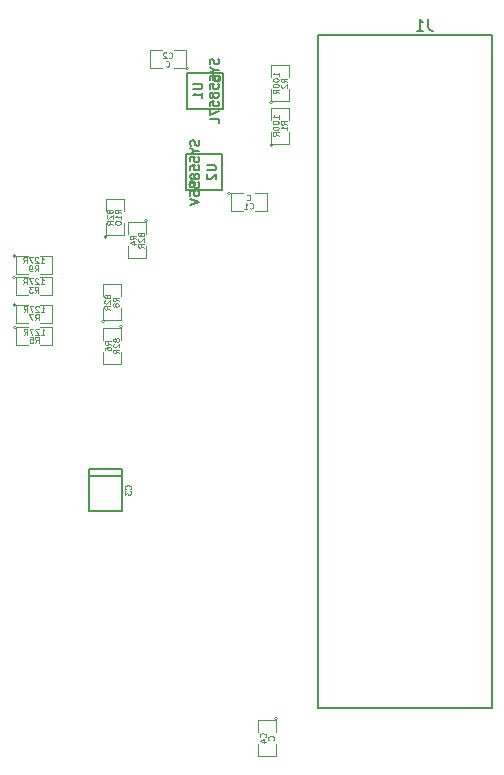
<source format=gbo>
%FSLAX34Y34*%
G04 Gerber Fmt 3.4, Leading zero omitted, Abs format*
G04 (created by PCBNEW (2014-03-14 BZR 4749)-product) date Sat 15 Mar 2014 19:33:45 CET*
%MOIN*%
G01*
G70*
G90*
G04 APERTURE LIST*
%ADD10C,0.005906*%
%ADD11C,0.003900*%
%ADD12C,0.005000*%
%ADD13C,0.008000*%
%ADD14C,0.004300*%
%ADD15C,0.004700*%
%ADD16C,0.006000*%
G04 APERTURE END LIST*
G54D10*
X78677Y-50275D02*
X72897Y-50275D01*
X78677Y-50275D02*
X78677Y-27834D01*
X78677Y-27834D02*
X72897Y-27834D01*
X72897Y-27834D02*
X72897Y-50275D01*
G54D11*
X69970Y-33105D02*
G75*
G03X69970Y-33105I-50J0D01*
G74*
G01*
X70370Y-33105D02*
X69970Y-33105D01*
X69970Y-33105D02*
X69970Y-33705D01*
X69970Y-33705D02*
X70370Y-33705D01*
X70770Y-33705D02*
X71170Y-33705D01*
X71170Y-33705D02*
X71170Y-33105D01*
X71170Y-33105D02*
X70770Y-33105D01*
X68574Y-28941D02*
G75*
G03X68574Y-28941I-50J0D01*
G74*
G01*
X68074Y-28941D02*
X68474Y-28941D01*
X68474Y-28941D02*
X68474Y-28341D01*
X68474Y-28341D02*
X68074Y-28341D01*
X67674Y-28341D02*
X67274Y-28341D01*
X67274Y-28341D02*
X67274Y-28941D01*
X67274Y-28941D02*
X67674Y-28941D01*
G54D12*
X66337Y-42517D02*
X65237Y-42517D01*
X66337Y-42292D02*
X66337Y-43692D01*
X66337Y-43692D02*
X65237Y-43692D01*
X65237Y-43692D02*
X65237Y-42292D01*
X65237Y-42292D02*
X66337Y-42292D01*
G54D13*
X69633Y-29285D02*
G75*
G03X69633Y-29285I-100J0D01*
G74*
G01*
X69733Y-30285D02*
X69733Y-29085D01*
X69733Y-29085D02*
X68533Y-29085D01*
X68533Y-29085D02*
X68533Y-30285D01*
X68533Y-30285D02*
X69733Y-30285D01*
X68794Y-32801D02*
G75*
G03X68794Y-32801I-100J0D01*
G74*
G01*
X68494Y-31801D02*
X68494Y-33001D01*
X68494Y-33001D02*
X69694Y-33001D01*
X69694Y-33001D02*
X69694Y-31801D01*
X69694Y-31801D02*
X68494Y-31801D01*
G54D11*
X71383Y-31496D02*
G75*
G03X71383Y-31496I-50J0D01*
G74*
G01*
X71333Y-31046D02*
X71333Y-31446D01*
X71333Y-31446D02*
X71933Y-31446D01*
X71933Y-31446D02*
X71933Y-31046D01*
X71933Y-30646D02*
X71933Y-30246D01*
X71933Y-30246D02*
X71333Y-30246D01*
X71333Y-30246D02*
X71333Y-30646D01*
X71383Y-30079D02*
G75*
G03X71383Y-30079I-50J0D01*
G74*
G01*
X71333Y-29629D02*
X71333Y-30029D01*
X71333Y-30029D02*
X71933Y-30029D01*
X71933Y-30029D02*
X71933Y-29629D01*
X71933Y-29229D02*
X71933Y-28829D01*
X71933Y-28829D02*
X71333Y-28829D01*
X71333Y-28829D02*
X71333Y-29229D01*
X62805Y-35900D02*
G75*
G03X62805Y-35900I-50J0D01*
G74*
G01*
X63205Y-35900D02*
X62805Y-35900D01*
X62805Y-35900D02*
X62805Y-36500D01*
X62805Y-36500D02*
X63205Y-36500D01*
X63605Y-36500D02*
X64005Y-36500D01*
X64005Y-36500D02*
X64005Y-35900D01*
X64005Y-35900D02*
X63605Y-35900D01*
X67200Y-34015D02*
G75*
G03X67200Y-34015I-50J0D01*
G74*
G01*
X67150Y-34465D02*
X67150Y-34065D01*
X67150Y-34065D02*
X66550Y-34065D01*
X66550Y-34065D02*
X66550Y-34465D01*
X66550Y-34865D02*
X66550Y-35265D01*
X66550Y-35265D02*
X67150Y-35265D01*
X67150Y-35265D02*
X67150Y-34865D01*
X62825Y-37574D02*
G75*
G03X62825Y-37574I-50J0D01*
G74*
G01*
X63225Y-37574D02*
X62825Y-37574D01*
X62825Y-37574D02*
X62825Y-38174D01*
X62825Y-38174D02*
X63225Y-38174D01*
X63625Y-38174D02*
X64025Y-38174D01*
X64025Y-38174D02*
X64025Y-37574D01*
X64025Y-37574D02*
X63625Y-37574D01*
X66373Y-37538D02*
G75*
G03X66373Y-37538I-50J0D01*
G74*
G01*
X66323Y-37988D02*
X66323Y-37588D01*
X66323Y-37588D02*
X65723Y-37588D01*
X65723Y-37588D02*
X65723Y-37988D01*
X65723Y-38388D02*
X65723Y-38788D01*
X65723Y-38788D02*
X66323Y-38788D01*
X66323Y-38788D02*
X66323Y-38388D01*
X62825Y-36825D02*
G75*
G03X62825Y-36825I-50J0D01*
G74*
G01*
X63225Y-36825D02*
X62825Y-36825D01*
X62825Y-36825D02*
X62825Y-37425D01*
X62825Y-37425D02*
X63225Y-37425D01*
X63625Y-37425D02*
X64025Y-37425D01*
X64025Y-37425D02*
X64025Y-36825D01*
X64025Y-36825D02*
X63625Y-36825D01*
X65773Y-37382D02*
G75*
G03X65773Y-37382I-50J0D01*
G74*
G01*
X65723Y-36932D02*
X65723Y-37332D01*
X65723Y-37332D02*
X66323Y-37332D01*
X66323Y-37332D02*
X66323Y-36932D01*
X66323Y-36532D02*
X66323Y-36132D01*
X66323Y-36132D02*
X65723Y-36132D01*
X65723Y-36132D02*
X65723Y-36532D01*
X62805Y-35192D02*
G75*
G03X62805Y-35192I-50J0D01*
G74*
G01*
X63205Y-35192D02*
X62805Y-35192D01*
X62805Y-35192D02*
X62805Y-35792D01*
X62805Y-35792D02*
X63205Y-35792D01*
X63605Y-35792D02*
X64005Y-35792D01*
X64005Y-35792D02*
X64005Y-35192D01*
X64005Y-35192D02*
X63605Y-35192D01*
X65852Y-34547D02*
G75*
G03X65852Y-34547I-50J0D01*
G74*
G01*
X65802Y-34097D02*
X65802Y-34497D01*
X65802Y-34497D02*
X66402Y-34497D01*
X66402Y-34497D02*
X66402Y-34097D01*
X66402Y-33697D02*
X66402Y-33297D01*
X66402Y-33297D02*
X65802Y-33297D01*
X65802Y-33297D02*
X65802Y-33697D01*
X71531Y-50609D02*
G75*
G03X71531Y-50609I-50J0D01*
G74*
G01*
X71481Y-51059D02*
X71481Y-50659D01*
X71481Y-50659D02*
X70881Y-50659D01*
X70881Y-50659D02*
X70881Y-51059D01*
X70881Y-51459D02*
X70881Y-51859D01*
X70881Y-51859D02*
X71481Y-51859D01*
X71481Y-51859D02*
X71481Y-51459D01*
G54D10*
X76568Y-27296D02*
X76568Y-27577D01*
X76586Y-27633D01*
X76624Y-27671D01*
X76680Y-27689D01*
X76718Y-27689D01*
X76174Y-27689D02*
X76399Y-27689D01*
X76287Y-27689D02*
X76287Y-27296D01*
X76324Y-27352D01*
X76362Y-27389D01*
X76399Y-27408D01*
G54D14*
X70603Y-33600D02*
X70613Y-33610D01*
X70641Y-33619D01*
X70659Y-33619D01*
X70688Y-33610D01*
X70706Y-33591D01*
X70716Y-33572D01*
X70725Y-33535D01*
X70725Y-33507D01*
X70716Y-33469D01*
X70706Y-33450D01*
X70688Y-33432D01*
X70659Y-33422D01*
X70641Y-33422D01*
X70613Y-33432D01*
X70603Y-33441D01*
X70416Y-33619D02*
X70528Y-33619D01*
X70472Y-33619D02*
X70472Y-33422D01*
X70491Y-33450D01*
X70509Y-33469D01*
X70528Y-33478D01*
X70509Y-33325D02*
X70519Y-33335D01*
X70547Y-33344D01*
X70566Y-33344D01*
X70594Y-33335D01*
X70613Y-33316D01*
X70622Y-33297D01*
X70631Y-33260D01*
X70631Y-33232D01*
X70622Y-33194D01*
X70613Y-33175D01*
X70594Y-33157D01*
X70566Y-33147D01*
X70547Y-33147D01*
X70519Y-33157D01*
X70509Y-33166D01*
X67906Y-28587D02*
X67916Y-28596D01*
X67944Y-28605D01*
X67963Y-28605D01*
X67991Y-28596D01*
X68010Y-28577D01*
X68019Y-28558D01*
X68028Y-28521D01*
X68028Y-28493D01*
X68019Y-28455D01*
X68010Y-28436D01*
X67991Y-28418D01*
X67963Y-28408D01*
X67944Y-28408D01*
X67916Y-28418D01*
X67906Y-28427D01*
X67831Y-28427D02*
X67822Y-28418D01*
X67803Y-28408D01*
X67756Y-28408D01*
X67737Y-28418D01*
X67728Y-28427D01*
X67719Y-28446D01*
X67719Y-28465D01*
X67728Y-28493D01*
X67841Y-28605D01*
X67719Y-28605D01*
X67813Y-28862D02*
X67822Y-28871D01*
X67850Y-28880D01*
X67869Y-28880D01*
X67897Y-28871D01*
X67916Y-28852D01*
X67925Y-28833D01*
X67934Y-28796D01*
X67934Y-28768D01*
X67925Y-28730D01*
X67916Y-28711D01*
X67897Y-28693D01*
X67869Y-28683D01*
X67850Y-28683D01*
X67822Y-28693D01*
X67813Y-28702D01*
G54D15*
X66632Y-42959D02*
X66642Y-42949D01*
X66651Y-42921D01*
X66651Y-42903D01*
X66642Y-42874D01*
X66623Y-42856D01*
X66604Y-42846D01*
X66567Y-42837D01*
X66538Y-42837D01*
X66501Y-42846D01*
X66482Y-42856D01*
X66463Y-42874D01*
X66454Y-42903D01*
X66454Y-42921D01*
X66463Y-42949D01*
X66473Y-42959D01*
X66454Y-43024D02*
X66454Y-43146D01*
X66529Y-43081D01*
X66529Y-43109D01*
X66538Y-43128D01*
X66548Y-43137D01*
X66567Y-43146D01*
X66613Y-43146D01*
X66632Y-43137D01*
X66642Y-43128D01*
X66651Y-43109D01*
X66651Y-43053D01*
X66642Y-43034D01*
X66632Y-43024D01*
G54D16*
X68719Y-29456D02*
X68962Y-29456D01*
X68991Y-29470D01*
X69005Y-29485D01*
X69019Y-29513D01*
X69019Y-29570D01*
X69005Y-29599D01*
X68991Y-29613D01*
X68962Y-29627D01*
X68719Y-29627D01*
X69019Y-29927D02*
X69019Y-29756D01*
X69019Y-29842D02*
X68719Y-29842D01*
X68762Y-29813D01*
X68791Y-29785D01*
X68805Y-29756D01*
X69555Y-28635D02*
X69569Y-28677D01*
X69569Y-28749D01*
X69555Y-28777D01*
X69541Y-28792D01*
X69512Y-28806D01*
X69483Y-28806D01*
X69455Y-28792D01*
X69441Y-28777D01*
X69426Y-28749D01*
X69412Y-28692D01*
X69398Y-28663D01*
X69383Y-28649D01*
X69355Y-28635D01*
X69326Y-28635D01*
X69298Y-28649D01*
X69283Y-28663D01*
X69269Y-28692D01*
X69269Y-28763D01*
X69283Y-28806D01*
X69426Y-28992D02*
X69569Y-28992D01*
X69269Y-28892D02*
X69426Y-28992D01*
X69269Y-29092D01*
X69269Y-29335D02*
X69269Y-29192D01*
X69412Y-29177D01*
X69398Y-29192D01*
X69383Y-29220D01*
X69383Y-29292D01*
X69398Y-29320D01*
X69412Y-29335D01*
X69441Y-29349D01*
X69512Y-29349D01*
X69541Y-29335D01*
X69555Y-29320D01*
X69569Y-29292D01*
X69569Y-29220D01*
X69555Y-29192D01*
X69541Y-29177D01*
X69269Y-29620D02*
X69269Y-29477D01*
X69412Y-29463D01*
X69398Y-29477D01*
X69383Y-29506D01*
X69383Y-29577D01*
X69398Y-29606D01*
X69412Y-29620D01*
X69441Y-29635D01*
X69512Y-29635D01*
X69541Y-29620D01*
X69555Y-29606D01*
X69569Y-29577D01*
X69569Y-29506D01*
X69555Y-29477D01*
X69541Y-29463D01*
X69398Y-29806D02*
X69383Y-29777D01*
X69369Y-29763D01*
X69341Y-29749D01*
X69326Y-29749D01*
X69298Y-29763D01*
X69283Y-29777D01*
X69269Y-29806D01*
X69269Y-29863D01*
X69283Y-29892D01*
X69298Y-29906D01*
X69326Y-29920D01*
X69341Y-29920D01*
X69369Y-29906D01*
X69383Y-29892D01*
X69398Y-29863D01*
X69398Y-29806D01*
X69412Y-29777D01*
X69426Y-29763D01*
X69455Y-29749D01*
X69512Y-29749D01*
X69541Y-29763D01*
X69555Y-29777D01*
X69569Y-29806D01*
X69569Y-29863D01*
X69555Y-29892D01*
X69541Y-29906D01*
X69512Y-29920D01*
X69455Y-29920D01*
X69426Y-29906D01*
X69412Y-29892D01*
X69398Y-29863D01*
X69269Y-30192D02*
X69269Y-30049D01*
X69412Y-30035D01*
X69398Y-30049D01*
X69383Y-30077D01*
X69383Y-30149D01*
X69398Y-30177D01*
X69412Y-30192D01*
X69441Y-30206D01*
X69512Y-30206D01*
X69541Y-30192D01*
X69555Y-30177D01*
X69569Y-30149D01*
X69569Y-30077D01*
X69555Y-30049D01*
X69541Y-30035D01*
X69269Y-30306D02*
X69269Y-30506D01*
X69569Y-30377D01*
X69569Y-30763D02*
X69569Y-30620D01*
X69269Y-30620D01*
X69180Y-32173D02*
X69423Y-32173D01*
X69451Y-32187D01*
X69465Y-32201D01*
X69480Y-32230D01*
X69480Y-32287D01*
X69465Y-32315D01*
X69451Y-32330D01*
X69423Y-32344D01*
X69180Y-32344D01*
X69208Y-32473D02*
X69194Y-32487D01*
X69180Y-32515D01*
X69180Y-32587D01*
X69194Y-32615D01*
X69208Y-32630D01*
X69237Y-32644D01*
X69265Y-32644D01*
X69308Y-32630D01*
X69480Y-32458D01*
X69480Y-32644D01*
X68915Y-31344D02*
X68930Y-31387D01*
X68930Y-31458D01*
X68915Y-31487D01*
X68901Y-31501D01*
X68873Y-31515D01*
X68844Y-31515D01*
X68815Y-31501D01*
X68801Y-31487D01*
X68787Y-31458D01*
X68773Y-31401D01*
X68758Y-31373D01*
X68744Y-31358D01*
X68715Y-31344D01*
X68687Y-31344D01*
X68658Y-31358D01*
X68644Y-31373D01*
X68630Y-31401D01*
X68630Y-31473D01*
X68644Y-31515D01*
X68787Y-31701D02*
X68930Y-31701D01*
X68630Y-31601D02*
X68787Y-31701D01*
X68630Y-31801D01*
X68630Y-32044D02*
X68630Y-31901D01*
X68773Y-31887D01*
X68758Y-31901D01*
X68744Y-31930D01*
X68744Y-32001D01*
X68758Y-32030D01*
X68773Y-32044D01*
X68801Y-32058D01*
X68873Y-32058D01*
X68901Y-32044D01*
X68915Y-32030D01*
X68930Y-32001D01*
X68930Y-31930D01*
X68915Y-31901D01*
X68901Y-31887D01*
X68630Y-32330D02*
X68630Y-32187D01*
X68773Y-32173D01*
X68758Y-32187D01*
X68744Y-32215D01*
X68744Y-32287D01*
X68758Y-32315D01*
X68773Y-32330D01*
X68801Y-32344D01*
X68873Y-32344D01*
X68901Y-32330D01*
X68915Y-32315D01*
X68930Y-32287D01*
X68930Y-32215D01*
X68915Y-32187D01*
X68901Y-32173D01*
X68758Y-32515D02*
X68744Y-32487D01*
X68730Y-32473D01*
X68701Y-32458D01*
X68687Y-32458D01*
X68658Y-32473D01*
X68644Y-32487D01*
X68630Y-32515D01*
X68630Y-32573D01*
X68644Y-32601D01*
X68658Y-32615D01*
X68687Y-32630D01*
X68701Y-32630D01*
X68730Y-32615D01*
X68744Y-32601D01*
X68758Y-32573D01*
X68758Y-32515D01*
X68773Y-32487D01*
X68787Y-32473D01*
X68815Y-32458D01*
X68873Y-32458D01*
X68901Y-32473D01*
X68915Y-32487D01*
X68930Y-32515D01*
X68930Y-32573D01*
X68915Y-32601D01*
X68901Y-32615D01*
X68873Y-32630D01*
X68815Y-32630D01*
X68787Y-32615D01*
X68773Y-32601D01*
X68758Y-32573D01*
X68630Y-32901D02*
X68630Y-32758D01*
X68773Y-32744D01*
X68758Y-32758D01*
X68744Y-32787D01*
X68744Y-32858D01*
X68758Y-32887D01*
X68773Y-32901D01*
X68801Y-32915D01*
X68873Y-32915D01*
X68901Y-32901D01*
X68915Y-32887D01*
X68930Y-32858D01*
X68930Y-32787D01*
X68915Y-32758D01*
X68901Y-32744D01*
X68630Y-33187D02*
X68630Y-33044D01*
X68773Y-33030D01*
X68758Y-33044D01*
X68744Y-33073D01*
X68744Y-33144D01*
X68758Y-33173D01*
X68773Y-33187D01*
X68801Y-33201D01*
X68873Y-33201D01*
X68901Y-33187D01*
X68915Y-33173D01*
X68930Y-33144D01*
X68930Y-33073D01*
X68915Y-33044D01*
X68901Y-33030D01*
X68630Y-33287D02*
X68930Y-33387D01*
X68630Y-33487D01*
G54D14*
X71847Y-30813D02*
X71754Y-30747D01*
X71847Y-30701D02*
X71650Y-30701D01*
X71650Y-30776D01*
X71660Y-30794D01*
X71669Y-30804D01*
X71688Y-30813D01*
X71716Y-30813D01*
X71735Y-30804D01*
X71744Y-30794D01*
X71754Y-30776D01*
X71754Y-30701D01*
X71847Y-31001D02*
X71847Y-30888D01*
X71847Y-30944D02*
X71650Y-30944D01*
X71679Y-30926D01*
X71697Y-30907D01*
X71707Y-30888D01*
X71572Y-30616D02*
X71572Y-30504D01*
X71572Y-30560D02*
X71375Y-30560D01*
X71404Y-30541D01*
X71422Y-30522D01*
X71432Y-30504D01*
X71375Y-30738D02*
X71375Y-30757D01*
X71385Y-30776D01*
X71394Y-30785D01*
X71413Y-30794D01*
X71451Y-30804D01*
X71497Y-30804D01*
X71535Y-30794D01*
X71554Y-30785D01*
X71563Y-30776D01*
X71572Y-30757D01*
X71572Y-30738D01*
X71563Y-30719D01*
X71554Y-30710D01*
X71535Y-30701D01*
X71497Y-30691D01*
X71451Y-30691D01*
X71413Y-30701D01*
X71394Y-30710D01*
X71385Y-30719D01*
X71375Y-30738D01*
X71375Y-30926D02*
X71375Y-30944D01*
X71385Y-30963D01*
X71394Y-30973D01*
X71413Y-30982D01*
X71451Y-30991D01*
X71497Y-30991D01*
X71535Y-30982D01*
X71554Y-30973D01*
X71563Y-30963D01*
X71572Y-30944D01*
X71572Y-30926D01*
X71563Y-30907D01*
X71554Y-30898D01*
X71535Y-30888D01*
X71497Y-30879D01*
X71451Y-30879D01*
X71413Y-30888D01*
X71394Y-30898D01*
X71385Y-30907D01*
X71375Y-30926D01*
X71572Y-31188D02*
X71479Y-31123D01*
X71572Y-31076D02*
X71375Y-31076D01*
X71375Y-31151D01*
X71385Y-31170D01*
X71394Y-31179D01*
X71413Y-31188D01*
X71441Y-31188D01*
X71460Y-31179D01*
X71469Y-31170D01*
X71479Y-31151D01*
X71479Y-31076D01*
X71847Y-29396D02*
X71754Y-29330D01*
X71847Y-29283D02*
X71650Y-29283D01*
X71650Y-29358D01*
X71660Y-29377D01*
X71669Y-29386D01*
X71688Y-29396D01*
X71716Y-29396D01*
X71735Y-29386D01*
X71744Y-29377D01*
X71754Y-29358D01*
X71754Y-29283D01*
X71669Y-29471D02*
X71660Y-29480D01*
X71650Y-29499D01*
X71650Y-29546D01*
X71660Y-29565D01*
X71669Y-29574D01*
X71688Y-29583D01*
X71707Y-29583D01*
X71735Y-29574D01*
X71847Y-29461D01*
X71847Y-29583D01*
X71572Y-29199D02*
X71572Y-29086D01*
X71572Y-29143D02*
X71375Y-29143D01*
X71404Y-29124D01*
X71422Y-29105D01*
X71432Y-29086D01*
X71375Y-29321D02*
X71375Y-29340D01*
X71385Y-29358D01*
X71394Y-29368D01*
X71413Y-29377D01*
X71451Y-29386D01*
X71497Y-29386D01*
X71535Y-29377D01*
X71554Y-29368D01*
X71563Y-29358D01*
X71572Y-29340D01*
X71572Y-29321D01*
X71563Y-29302D01*
X71554Y-29293D01*
X71535Y-29283D01*
X71497Y-29274D01*
X71451Y-29274D01*
X71413Y-29283D01*
X71394Y-29293D01*
X71385Y-29302D01*
X71375Y-29321D01*
X71375Y-29508D02*
X71375Y-29527D01*
X71385Y-29546D01*
X71394Y-29555D01*
X71413Y-29565D01*
X71451Y-29574D01*
X71497Y-29574D01*
X71535Y-29565D01*
X71554Y-29555D01*
X71563Y-29546D01*
X71572Y-29527D01*
X71572Y-29508D01*
X71563Y-29490D01*
X71554Y-29480D01*
X71535Y-29471D01*
X71497Y-29461D01*
X71451Y-29461D01*
X71413Y-29471D01*
X71394Y-29480D01*
X71385Y-29490D01*
X71375Y-29508D01*
X71572Y-29771D02*
X71479Y-29705D01*
X71572Y-29658D02*
X71375Y-29658D01*
X71375Y-29734D01*
X71385Y-29752D01*
X71394Y-29762D01*
X71413Y-29771D01*
X71441Y-29771D01*
X71460Y-29762D01*
X71469Y-29752D01*
X71479Y-29734D01*
X71479Y-29658D01*
X63438Y-36414D02*
X63504Y-36321D01*
X63550Y-36414D02*
X63550Y-36217D01*
X63475Y-36217D01*
X63457Y-36227D01*
X63447Y-36236D01*
X63438Y-36255D01*
X63438Y-36283D01*
X63447Y-36302D01*
X63457Y-36311D01*
X63475Y-36321D01*
X63550Y-36321D01*
X63372Y-36217D02*
X63250Y-36217D01*
X63316Y-36292D01*
X63288Y-36292D01*
X63269Y-36302D01*
X63260Y-36311D01*
X63250Y-36330D01*
X63250Y-36377D01*
X63260Y-36396D01*
X63269Y-36405D01*
X63288Y-36414D01*
X63344Y-36414D01*
X63363Y-36405D01*
X63372Y-36396D01*
X63635Y-36139D02*
X63747Y-36139D01*
X63691Y-36139D02*
X63691Y-35942D01*
X63710Y-35971D01*
X63729Y-35989D01*
X63747Y-35999D01*
X63560Y-35961D02*
X63550Y-35952D01*
X63532Y-35942D01*
X63485Y-35942D01*
X63466Y-35952D01*
X63457Y-35961D01*
X63447Y-35980D01*
X63447Y-35999D01*
X63457Y-36027D01*
X63569Y-36139D01*
X63447Y-36139D01*
X63382Y-35942D02*
X63250Y-35942D01*
X63335Y-36139D01*
X63063Y-36139D02*
X63128Y-36046D01*
X63175Y-36139D02*
X63175Y-35942D01*
X63100Y-35942D01*
X63081Y-35952D01*
X63072Y-35961D01*
X63063Y-35980D01*
X63063Y-36008D01*
X63072Y-36027D01*
X63081Y-36036D01*
X63100Y-36046D01*
X63175Y-36046D01*
X66814Y-34632D02*
X66720Y-34566D01*
X66814Y-34519D02*
X66617Y-34519D01*
X66617Y-34594D01*
X66626Y-34613D01*
X66636Y-34623D01*
X66655Y-34632D01*
X66683Y-34632D01*
X66701Y-34623D01*
X66711Y-34613D01*
X66720Y-34594D01*
X66720Y-34519D01*
X66683Y-34801D02*
X66814Y-34801D01*
X66608Y-34754D02*
X66748Y-34707D01*
X66748Y-34829D01*
X66976Y-34454D02*
X66967Y-34435D01*
X66958Y-34426D01*
X66939Y-34416D01*
X66930Y-34416D01*
X66911Y-34426D01*
X66901Y-34435D01*
X66892Y-34454D01*
X66892Y-34491D01*
X66901Y-34510D01*
X66911Y-34519D01*
X66930Y-34529D01*
X66939Y-34529D01*
X66958Y-34519D01*
X66967Y-34510D01*
X66976Y-34491D01*
X66976Y-34454D01*
X66986Y-34435D01*
X66995Y-34426D01*
X67014Y-34416D01*
X67051Y-34416D01*
X67070Y-34426D01*
X67080Y-34435D01*
X67089Y-34454D01*
X67089Y-34491D01*
X67080Y-34510D01*
X67070Y-34519D01*
X67051Y-34529D01*
X67014Y-34529D01*
X66995Y-34519D01*
X66986Y-34510D01*
X66976Y-34491D01*
X66911Y-34604D02*
X66901Y-34613D01*
X66892Y-34632D01*
X66892Y-34679D01*
X66901Y-34698D01*
X66911Y-34707D01*
X66930Y-34716D01*
X66948Y-34716D01*
X66976Y-34707D01*
X67089Y-34594D01*
X67089Y-34716D01*
X67089Y-34913D02*
X66995Y-34848D01*
X67089Y-34801D02*
X66892Y-34801D01*
X66892Y-34876D01*
X66901Y-34895D01*
X66911Y-34904D01*
X66930Y-34913D01*
X66958Y-34913D01*
X66976Y-34904D01*
X66986Y-34895D01*
X66995Y-34876D01*
X66995Y-34801D01*
X63458Y-38088D02*
X63523Y-37994D01*
X63570Y-38088D02*
X63570Y-37891D01*
X63495Y-37891D01*
X63476Y-37900D01*
X63467Y-37909D01*
X63458Y-37928D01*
X63458Y-37956D01*
X63467Y-37975D01*
X63476Y-37984D01*
X63495Y-37994D01*
X63570Y-37994D01*
X63279Y-37891D02*
X63373Y-37891D01*
X63382Y-37984D01*
X63373Y-37975D01*
X63354Y-37966D01*
X63307Y-37966D01*
X63289Y-37975D01*
X63279Y-37984D01*
X63270Y-38003D01*
X63270Y-38050D01*
X63279Y-38069D01*
X63289Y-38078D01*
X63307Y-38088D01*
X63354Y-38088D01*
X63373Y-38078D01*
X63382Y-38069D01*
X63655Y-37813D02*
X63767Y-37813D01*
X63711Y-37813D02*
X63711Y-37616D01*
X63730Y-37644D01*
X63748Y-37663D01*
X63767Y-37672D01*
X63579Y-37634D02*
X63570Y-37625D01*
X63551Y-37616D01*
X63504Y-37616D01*
X63486Y-37625D01*
X63476Y-37634D01*
X63467Y-37653D01*
X63467Y-37672D01*
X63476Y-37700D01*
X63589Y-37813D01*
X63467Y-37813D01*
X63401Y-37616D02*
X63270Y-37616D01*
X63354Y-37813D01*
X63082Y-37813D02*
X63148Y-37719D01*
X63195Y-37813D02*
X63195Y-37616D01*
X63120Y-37616D01*
X63101Y-37625D01*
X63092Y-37634D01*
X63082Y-37653D01*
X63082Y-37681D01*
X63092Y-37700D01*
X63101Y-37709D01*
X63120Y-37719D01*
X63195Y-37719D01*
X65987Y-38156D02*
X65893Y-38090D01*
X65987Y-38043D02*
X65790Y-38043D01*
X65790Y-38118D01*
X65800Y-38137D01*
X65809Y-38146D01*
X65828Y-38156D01*
X65856Y-38156D01*
X65875Y-38146D01*
X65884Y-38137D01*
X65893Y-38118D01*
X65893Y-38043D01*
X65790Y-38325D02*
X65790Y-38287D01*
X65800Y-38268D01*
X65809Y-38259D01*
X65837Y-38240D01*
X65875Y-38231D01*
X65950Y-38231D01*
X65968Y-38240D01*
X65978Y-38249D01*
X65987Y-38268D01*
X65987Y-38306D01*
X65978Y-38325D01*
X65968Y-38334D01*
X65950Y-38343D01*
X65903Y-38343D01*
X65884Y-38334D01*
X65875Y-38325D01*
X65865Y-38306D01*
X65865Y-38268D01*
X65875Y-38249D01*
X65884Y-38240D01*
X65903Y-38231D01*
X66150Y-37977D02*
X66140Y-37959D01*
X66131Y-37949D01*
X66112Y-37940D01*
X66103Y-37940D01*
X66084Y-37949D01*
X66075Y-37959D01*
X66065Y-37977D01*
X66065Y-38015D01*
X66075Y-38034D01*
X66084Y-38043D01*
X66103Y-38052D01*
X66112Y-38052D01*
X66131Y-38043D01*
X66140Y-38034D01*
X66150Y-38015D01*
X66150Y-37977D01*
X66159Y-37959D01*
X66168Y-37949D01*
X66187Y-37940D01*
X66225Y-37940D01*
X66243Y-37949D01*
X66253Y-37959D01*
X66262Y-37977D01*
X66262Y-38015D01*
X66253Y-38034D01*
X66243Y-38043D01*
X66225Y-38052D01*
X66187Y-38052D01*
X66168Y-38043D01*
X66159Y-38034D01*
X66150Y-38015D01*
X66084Y-38128D02*
X66075Y-38137D01*
X66065Y-38156D01*
X66065Y-38203D01*
X66075Y-38221D01*
X66084Y-38231D01*
X66103Y-38240D01*
X66122Y-38240D01*
X66150Y-38231D01*
X66262Y-38118D01*
X66262Y-38240D01*
X66262Y-38437D02*
X66168Y-38371D01*
X66262Y-38325D02*
X66065Y-38325D01*
X66065Y-38400D01*
X66075Y-38418D01*
X66084Y-38428D01*
X66103Y-38437D01*
X66131Y-38437D01*
X66150Y-38428D01*
X66159Y-38418D01*
X66168Y-38400D01*
X66168Y-38325D01*
X63458Y-37340D02*
X63523Y-37246D01*
X63570Y-37340D02*
X63570Y-37143D01*
X63495Y-37143D01*
X63476Y-37152D01*
X63467Y-37161D01*
X63458Y-37180D01*
X63458Y-37208D01*
X63467Y-37227D01*
X63476Y-37236D01*
X63495Y-37246D01*
X63570Y-37246D01*
X63392Y-37143D02*
X63261Y-37143D01*
X63345Y-37340D01*
X63655Y-37065D02*
X63767Y-37065D01*
X63711Y-37065D02*
X63711Y-36868D01*
X63730Y-36896D01*
X63748Y-36915D01*
X63767Y-36924D01*
X63579Y-36886D02*
X63570Y-36877D01*
X63551Y-36868D01*
X63504Y-36868D01*
X63486Y-36877D01*
X63476Y-36886D01*
X63467Y-36905D01*
X63467Y-36924D01*
X63476Y-36952D01*
X63589Y-37065D01*
X63467Y-37065D01*
X63401Y-36868D02*
X63270Y-36868D01*
X63354Y-37065D01*
X63082Y-37065D02*
X63148Y-36971D01*
X63195Y-37065D02*
X63195Y-36868D01*
X63120Y-36868D01*
X63101Y-36877D01*
X63092Y-36886D01*
X63082Y-36905D01*
X63082Y-36933D01*
X63092Y-36952D01*
X63101Y-36961D01*
X63120Y-36971D01*
X63195Y-36971D01*
X66237Y-36699D02*
X66143Y-36633D01*
X66237Y-36586D02*
X66040Y-36586D01*
X66040Y-36661D01*
X66050Y-36680D01*
X66059Y-36690D01*
X66078Y-36699D01*
X66106Y-36699D01*
X66125Y-36690D01*
X66134Y-36680D01*
X66143Y-36661D01*
X66143Y-36586D01*
X66125Y-36812D02*
X66115Y-36793D01*
X66106Y-36783D01*
X66087Y-36774D01*
X66078Y-36774D01*
X66059Y-36783D01*
X66050Y-36793D01*
X66040Y-36812D01*
X66040Y-36849D01*
X66050Y-36868D01*
X66059Y-36877D01*
X66078Y-36887D01*
X66087Y-36887D01*
X66106Y-36877D01*
X66115Y-36868D01*
X66125Y-36849D01*
X66125Y-36812D01*
X66134Y-36793D01*
X66143Y-36783D01*
X66162Y-36774D01*
X66200Y-36774D01*
X66218Y-36783D01*
X66228Y-36793D01*
X66237Y-36812D01*
X66237Y-36849D01*
X66228Y-36868D01*
X66218Y-36877D01*
X66200Y-36887D01*
X66162Y-36887D01*
X66143Y-36877D01*
X66134Y-36868D01*
X66125Y-36849D01*
X65850Y-36521D02*
X65840Y-36502D01*
X65831Y-36493D01*
X65812Y-36483D01*
X65803Y-36483D01*
X65784Y-36493D01*
X65775Y-36502D01*
X65765Y-36521D01*
X65765Y-36558D01*
X65775Y-36577D01*
X65784Y-36586D01*
X65803Y-36596D01*
X65812Y-36596D01*
X65831Y-36586D01*
X65840Y-36577D01*
X65850Y-36558D01*
X65850Y-36521D01*
X65859Y-36502D01*
X65868Y-36493D01*
X65887Y-36483D01*
X65925Y-36483D01*
X65943Y-36493D01*
X65953Y-36502D01*
X65962Y-36521D01*
X65962Y-36558D01*
X65953Y-36577D01*
X65943Y-36586D01*
X65925Y-36596D01*
X65887Y-36596D01*
X65868Y-36586D01*
X65859Y-36577D01*
X65850Y-36558D01*
X65784Y-36671D02*
X65775Y-36680D01*
X65765Y-36699D01*
X65765Y-36746D01*
X65775Y-36765D01*
X65784Y-36774D01*
X65803Y-36783D01*
X65822Y-36783D01*
X65850Y-36774D01*
X65962Y-36661D01*
X65962Y-36783D01*
X65962Y-36980D02*
X65868Y-36915D01*
X65962Y-36868D02*
X65765Y-36868D01*
X65765Y-36943D01*
X65775Y-36962D01*
X65784Y-36971D01*
X65803Y-36980D01*
X65831Y-36980D01*
X65850Y-36971D01*
X65859Y-36962D01*
X65868Y-36943D01*
X65868Y-36868D01*
X63438Y-35706D02*
X63504Y-35612D01*
X63550Y-35706D02*
X63550Y-35509D01*
X63475Y-35509D01*
X63457Y-35518D01*
X63447Y-35528D01*
X63438Y-35546D01*
X63438Y-35574D01*
X63447Y-35593D01*
X63457Y-35603D01*
X63475Y-35612D01*
X63550Y-35612D01*
X63344Y-35706D02*
X63307Y-35706D01*
X63288Y-35696D01*
X63278Y-35687D01*
X63260Y-35659D01*
X63250Y-35621D01*
X63250Y-35546D01*
X63260Y-35528D01*
X63269Y-35518D01*
X63288Y-35509D01*
X63325Y-35509D01*
X63344Y-35518D01*
X63353Y-35528D01*
X63363Y-35546D01*
X63363Y-35593D01*
X63353Y-35612D01*
X63344Y-35621D01*
X63325Y-35631D01*
X63288Y-35631D01*
X63269Y-35621D01*
X63260Y-35612D01*
X63250Y-35593D01*
X63635Y-35431D02*
X63747Y-35431D01*
X63691Y-35431D02*
X63691Y-35234D01*
X63710Y-35262D01*
X63729Y-35281D01*
X63747Y-35290D01*
X63560Y-35253D02*
X63550Y-35243D01*
X63532Y-35234D01*
X63485Y-35234D01*
X63466Y-35243D01*
X63457Y-35253D01*
X63447Y-35271D01*
X63447Y-35290D01*
X63457Y-35318D01*
X63569Y-35431D01*
X63447Y-35431D01*
X63382Y-35234D02*
X63250Y-35234D01*
X63335Y-35431D01*
X63063Y-35431D02*
X63128Y-35337D01*
X63175Y-35431D02*
X63175Y-35234D01*
X63100Y-35234D01*
X63081Y-35243D01*
X63072Y-35253D01*
X63063Y-35271D01*
X63063Y-35299D01*
X63072Y-35318D01*
X63081Y-35328D01*
X63100Y-35337D01*
X63175Y-35337D01*
X66316Y-33770D02*
X66222Y-33705D01*
X66316Y-33658D02*
X66119Y-33658D01*
X66119Y-33733D01*
X66128Y-33752D01*
X66138Y-33761D01*
X66157Y-33770D01*
X66185Y-33770D01*
X66203Y-33761D01*
X66213Y-33752D01*
X66222Y-33733D01*
X66222Y-33658D01*
X66316Y-33958D02*
X66316Y-33846D01*
X66316Y-33902D02*
X66119Y-33902D01*
X66147Y-33883D01*
X66166Y-33864D01*
X66175Y-33846D01*
X66119Y-34080D02*
X66119Y-34099D01*
X66128Y-34118D01*
X66138Y-34127D01*
X66157Y-34136D01*
X66194Y-34146D01*
X66241Y-34146D01*
X66278Y-34136D01*
X66297Y-34127D01*
X66307Y-34118D01*
X66316Y-34099D01*
X66316Y-34080D01*
X66307Y-34061D01*
X66297Y-34052D01*
X66278Y-34043D01*
X66241Y-34033D01*
X66194Y-34033D01*
X66157Y-34043D01*
X66138Y-34052D01*
X66128Y-34061D01*
X66119Y-34080D01*
X65928Y-33686D02*
X65919Y-33667D01*
X65910Y-33658D01*
X65891Y-33649D01*
X65882Y-33649D01*
X65863Y-33658D01*
X65853Y-33667D01*
X65844Y-33686D01*
X65844Y-33724D01*
X65853Y-33742D01*
X65863Y-33752D01*
X65882Y-33761D01*
X65891Y-33761D01*
X65910Y-33752D01*
X65919Y-33742D01*
X65928Y-33724D01*
X65928Y-33686D01*
X65938Y-33667D01*
X65947Y-33658D01*
X65966Y-33649D01*
X66003Y-33649D01*
X66022Y-33658D01*
X66032Y-33667D01*
X66041Y-33686D01*
X66041Y-33724D01*
X66032Y-33742D01*
X66022Y-33752D01*
X66003Y-33761D01*
X65966Y-33761D01*
X65947Y-33752D01*
X65938Y-33742D01*
X65928Y-33724D01*
X65863Y-33836D02*
X65853Y-33846D01*
X65844Y-33864D01*
X65844Y-33911D01*
X65853Y-33930D01*
X65863Y-33939D01*
X65882Y-33949D01*
X65900Y-33949D01*
X65928Y-33939D01*
X66041Y-33827D01*
X66041Y-33949D01*
X66041Y-34146D02*
X65947Y-34080D01*
X66041Y-34033D02*
X65844Y-34033D01*
X65844Y-34108D01*
X65853Y-34127D01*
X65863Y-34136D01*
X65882Y-34146D01*
X65910Y-34146D01*
X65928Y-34136D01*
X65938Y-34127D01*
X65947Y-34108D01*
X65947Y-34033D01*
X71126Y-51227D02*
X71135Y-51217D01*
X71145Y-51189D01*
X71145Y-51170D01*
X71135Y-51142D01*
X71117Y-51123D01*
X71098Y-51114D01*
X71060Y-51105D01*
X71032Y-51105D01*
X70995Y-51114D01*
X70976Y-51123D01*
X70957Y-51142D01*
X70948Y-51170D01*
X70948Y-51189D01*
X70957Y-51217D01*
X70966Y-51227D01*
X71013Y-51395D02*
X71145Y-51395D01*
X70938Y-51348D02*
X71079Y-51302D01*
X71079Y-51424D01*
X71401Y-51320D02*
X71410Y-51311D01*
X71420Y-51283D01*
X71420Y-51264D01*
X71410Y-51236D01*
X71392Y-51217D01*
X71373Y-51208D01*
X71335Y-51198D01*
X71307Y-51198D01*
X71270Y-51208D01*
X71251Y-51217D01*
X71232Y-51236D01*
X71223Y-51264D01*
X71223Y-51283D01*
X71232Y-51311D01*
X71241Y-51320D01*
M02*

</source>
